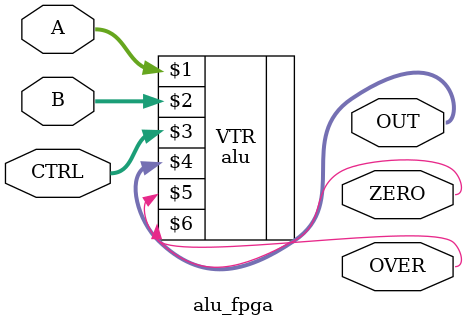
<source format=v>
`timescale 1ns / 1ps


module alu_fpga(
	input  [3:0] A, 
	input  [3:0] B, 
	input  [2:0] CTRL, 
	output [3:0] OUT, 
	output 		 ZERO, 
	output 		 OVER);

	alu VTR (A, B, CTRL, OUT, ZERO, OVER);

endmodule

</source>
